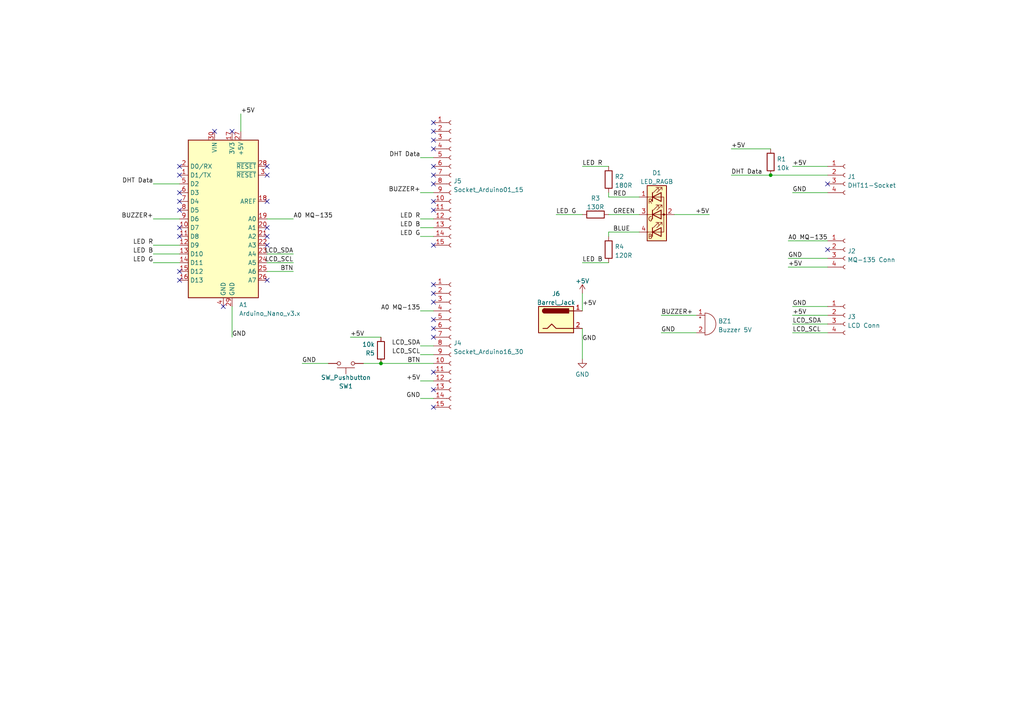
<source format=kicad_sch>
(kicad_sch (version 20230121) (generator eeschema)
  (paper "A4")
  (title_block (title "Open Source Air Monitor Device") (rev "1.0") (company "Open Source Hardware") (comment 1 "Ursprüngliches Design von Paul Goldschmidt"))
  (lib_symbols
    (symbol "Connector:Barrel_Jack" (pin_names (offset 1.016))
      (property "Reference" "J" (at 0 5.334 0))
      (property "Value" "Barrel_Jack" (at 0 -5.08 0))
      (symbol "Barrel_Jack_0_1"
        (rectangle (start -5.08 3.81) (end 5.08 -3.81) (stroke (width 0.254)) (fill (type background)))
        (arc (start -3.302 3.175) (mid -3.9343 2.54) (end -3.302 1.905) (stroke (width 0.254)))
        (arc (start -3.302 3.175) (mid -3.9343 2.54) (end -3.302 1.905) (stroke (width 0.254)) (fill (type outline)))
        (polyline (pts (xy 5.08 2.54) (xy 3.81 2.54)) (stroke (width 0.254)))
        (polyline (pts (xy -3.81 -2.54) (xy -2.54 -2.54) (xy -1.27 -1.27) (xy 0 -2.54) (xy 2.54 -2.54) (xy 5.08 -2.54)) (stroke (width 0.254)))
        (rectangle (start 3.683 3.175) (end -3.302 1.905) (stroke (width 0.254)) (fill (type outline)))
      )
      (symbol "Barrel_Jack_1_1"
        (pin passive line (at 7.62 2.54 180) (length 2.54) (name "~") (number "1"))
        (pin passive line (at 7.62 -2.54 180) (length 2.54) (name "~") (number "2"))
      )
    )
    (symbol "Connector:Conn_01x04_Female" (pin_names (offset 1.016) hide)
      (property "Reference" "J" (at 0 5.08 0))
      (property "Value" "Conn_01x04_Female" (at 0 -7.62 0))
      (symbol "Conn_01x04_Female_1_1"
        (arc (start 0 -4.572) (mid -0.5058 -5.08) (end 0 -5.588) (stroke (width 0.1524)))
        (arc (start 0 -2.032) (mid -0.5058 -2.54) (end 0 -3.048) (stroke (width 0.1524)))
        (polyline (pts (xy -1.27 -5.08) (xy -0.508 -5.08)) (stroke (width 0.1524)))
        (polyline (pts (xy -1.27 -2.54) (xy -0.508 -2.54)) (stroke (width 0.1524)))
        (polyline (pts (xy -1.27 0) (xy -0.508 0)) (stroke (width 0.1524)))
        (polyline (pts (xy -1.27 2.54) (xy -0.508 2.54)) (stroke (width 0.1524)))
        (arc (start 0 0.508) (mid -0.5058 0) (end 0 -0.508) (stroke (width 0.1524)))
        (arc (start 0 3.048) (mid -0.5058 2.54) (end 0 2.032) (stroke (width 0.1524)))
        (pin passive line (at -5.08 2.54 0) (length 3.81) (name "Pin_1") (number "1"))
        (pin passive line (at -5.08 0 0) (length 3.81) (name "Pin_2") (number "2"))
        (pin passive line (at -5.08 -2.54 0) (length 3.81) (name "Pin_3") (number "3"))
        (pin passive line (at -5.08 -5.08 0) (length 3.81) (name "Pin_4") (number "4"))
      )
    )
    (symbol "Connector:Conn_01x15_Female" (pin_names (offset 1.016) hide)
      (property "Reference" "J" (at 0 20.32 0))
      (property "Value" "Conn_01x15_Female" (at 0 -20.32 0))
      (symbol "Conn_01x15_Female_1_1"
        (arc (start 0 -17.272) (mid -0.5058 -17.78) (end 0 -18.288) (stroke (width 0.1524)))
        (arc (start 0 -14.732) (mid -0.5058 -15.24) (end 0 -15.748) (stroke (width 0.1524)))
        (arc (start 0 -12.192) (mid -0.5058 -12.7) (end 0 -13.208) (stroke (width 0.1524)))
        (arc (start 0 -9.652) (mid -0.5058 -10.16) (end 0 -10.668) (stroke (width 0.1524)))
        (arc (start 0 -7.112) (mid -0.5058 -7.62) (end 0 -8.128) (stroke (width 0.1524)))
        (arc (start 0 -4.572) (mid -0.5058 -5.08) (end 0 -5.588) (stroke (width 0.1524)))
        (arc (start 0 -2.032) (mid -0.5058 -2.54) (end 0 -3.048) (stroke (width 0.1524)))
        (polyline (pts (xy -1.27 -17.78) (xy -0.508 -17.78)) (stroke (width 0.1524)))
        (polyline (pts (xy -1.27 -15.24) (xy -0.508 -15.24)) (stroke (width 0.1524)))
        (polyline (pts (xy -1.27 -12.7) (xy -0.508 -12.7)) (stroke (width 0.1524)))
        (polyline (pts (xy -1.27 -10.16) (xy -0.508 -10.16)) (stroke (width 0.1524)))
        (polyline (pts (xy -1.27 -7.62) (xy -0.508 -7.62)) (stroke (width 0.1524)))
        (polyline (pts (xy -1.27 -5.08) (xy -0.508 -5.08)) (stroke (width 0.1524)))
        (polyline (pts (xy -1.27 -2.54) (xy -0.508 -2.54)) (stroke (width 0.1524)))
        (polyline (pts (xy -1.27 0) (xy -0.508 0)) (stroke (width 0.1524)))
        (polyline (pts (xy -1.27 2.54) (xy -0.508 2.54)) (stroke (width 0.1524)))
        (polyline (pts (xy -1.27 5.08) (xy -0.508 5.08)) (stroke (width 0.1524)))
        (polyline (pts (xy -1.27 7.62) (xy -0.508 7.62)) (stroke (width 0.1524)))
        (polyline (pts (xy -1.27 10.16) (xy -0.508 10.16)) (stroke (width 0.1524)))
        (polyline (pts (xy -1.27 12.7) (xy -0.508 12.7)) (stroke (width 0.1524)))
        (polyline (pts (xy -1.27 15.24) (xy -0.508 15.24)) (stroke (width 0.1524)))
        (polyline (pts (xy -1.27 17.78) (xy -0.508 17.78)) (stroke (width 0.1524)))
        (arc (start 0 0.508) (mid -0.5058 0) (end 0 -0.508) (stroke (width 0.1524)))
        (arc (start 0 3.048) (mid -0.5058 2.54) (end 0 2.032) (stroke (width 0.1524)))
        (arc (start 0 5.588) (mid -0.5058 5.08) (end 0 4.572) (stroke (width 0.1524)))
        (arc (start 0 8.128) (mid -0.5058 7.62) (end 0 7.112) (stroke (width 0.1524)))
        (arc (start 0 10.668) (mid -0.5058 10.16) (end 0 9.652) (stroke (width 0.1524)))
        (arc (start 0 13.208) (mid -0.5058 12.7) (end 0 12.192) (stroke (width 0.1524)))
        (arc (start 0 15.748) (mid -0.5058 15.24) (end 0 14.732) (stroke (width 0.1524)))
        (arc (start 0 18.288) (mid -0.5058 17.78) (end 0 17.272) (stroke (width 0.1524)))
        (pin passive line (at -5.08 17.78 0) (length 3.81) (name "Pin_1") (number "1"))
        (pin passive line (at -5.08 -5.08 0) (length 3.81) (name "Pin_10") (number "10"))
        (pin passive line (at -5.08 -7.62 0) (length 3.81) (name "Pin_11") (number "11"))
        (pin passive line (at -5.08 -10.16 0) (length 3.81) (name "Pin_12") (number "12"))
        (pin passive line (at -5.08 -12.7 0) (length 3.81) (name "Pin_13") (number "13"))
        (pin passive line (at -5.08 -15.24 0) (length 3.81) (name "Pin_14") (number "14"))
        (pin passive line (at -5.08 -17.78 0) (length 3.81) (name "Pin_15") (number "15"))
        (pin passive line (at -5.08 15.24 0) (length 3.81) (name "Pin_2") (number "2"))
        (pin passive line (at -5.08 12.7 0) (length 3.81) (name "Pin_3") (number "3"))
        (pin passive line (at -5.08 10.16 0) (length 3.81) (name "Pin_4") (number "4"))
        (pin passive line (at -5.08 7.62 0) (length 3.81) (name "Pin_5") (number "5"))
        (pin passive line (at -5.08 5.08 0) (length 3.81) (name "Pin_6") (number "6"))
        (pin passive line (at -5.08 2.54 0) (length 3.81) (name "Pin_7") (number "7"))
        (pin passive line (at -5.08 0 0) (length 3.81) (name "Pin_8") (number "8"))
        (pin passive line (at -5.08 -2.54 0) (length 3.81) (name "Pin_9") (number "9"))
      )
    )
    (symbol "Device:Buzzer" (pin_names (offset 0.0254) hide)
      (property "Reference" "BZ" (at 3.81 1.27 0))
      (property "Value" "Buzzer" (at 3.81 -1.27 0))
      (symbol "Buzzer_0_1"
        (arc (start 0 -3.175) (mid 3.1612 0) (end 0 3.175))
        (polyline (pts (xy -1.651 1.905) (xy -1.143 1.905)))
        (polyline (pts (xy -1.397 2.159) (xy -1.397 1.651)))
        (polyline (pts (xy 0 3.175) (xy 0 -3.175)))
      )
      (symbol "Buzzer_1_1"
        (pin passive line (at -2.54 2.54 0) (length 2.54) (name "-") (number "1"))
        (pin passive line (at -2.54 -2.54 0) (length 2.54) (name "+") (number "2"))
      )
    )
    (symbol "Device:LED_RAGB" (pin_names (offset 0) hide)
      (property "Reference" "D" (at 0 9.398 0))
      (property "Value" "LED_RAGB" (at 0 -8.89 0))
      (symbol "LED_RAGB_0_0"
        (text "B" (at -1.905 -6.35 0) (effects (font (size 1.27 1.27))))
        (text "G" (at -1.905 -1.27 0) (effects (font (size 1.27 1.27))))
        (text "R" (at -1.905 3.81 0) (effects (font (size 1.27 1.27))))
      )
      (symbol "LED_RAGB_0_1"
        (polyline (pts (xy -1.27 -5.08) (xy -2.54 -5.08)))
        (polyline (pts (xy -1.27 -5.08) (xy 1.27 -5.08)))
        (polyline (pts (xy -1.27 -3.81) (xy -1.27 -6.35)) (stroke (width 0.254)))
        (polyline (pts (xy -1.27 0) (xy -2.54 0)))
        (polyline (pts (xy -1.27 1.27) (xy -1.27 -1.27)) (stroke (width 0.254)))
        (polyline (pts (xy -1.27 5.08) (xy -2.54 5.08)))
        (polyline (pts (xy -1.27 5.08) (xy 1.27 5.08)))
        (polyline (pts (xy -1.27 6.35) (xy -1.27 3.81)) (stroke (width 0.254)))
        (polyline (pts (xy 1.27 0) (xy -1.27 0)))
        (polyline (pts (xy 1.27 0) (xy 2.54 0)))
        (polyline (pts (xy -1.27 1.27) (xy -1.27 -1.27) (xy -1.27 -1.27)))
        (polyline (pts (xy -1.27 6.35) (xy -1.27 3.81) (xy -1.27 3.81)))
        (polyline (pts (xy 1.27 -5.08) (xy 2.032 -5.08) (xy 2.032 5.08) (xy 1.27 5.08)))
        (polyline (pts (xy 1.27 -3.81) (xy 1.27 -6.35) (xy -1.27 -5.08) (xy 1.27 -3.81)) (stroke (width 0.254)))
        (polyline (pts (xy 1.27 1.27) (xy 1.27 -1.27) (xy -1.27 0) (xy 1.27 1.27)) (stroke (width 0.254)))
        (polyline (pts (xy 1.27 6.35) (xy 1.27 3.81) (xy -1.27 5.08) (xy 1.27 6.35)) (stroke (width 0.254)))
        (polyline (pts (xy -1.016 -3.81) (xy 0.508 -2.286) (xy -0.254 -2.286) (xy 0.508 -2.286) (xy 0.508 -3.048)))
        (polyline (pts (xy -1.016 1.27) (xy 0.508 2.794) (xy -0.254 2.794) (xy 0.508 2.794) (xy 0.508 2.032)))
        (polyline (pts (xy -1.016 6.35) (xy 0.508 7.874) (xy -0.254 7.874) (xy 0.508 7.874) (xy 0.508 7.112)))
        (polyline (pts (xy 0 -3.81) (xy 1.524 -2.286) (xy 0.762 -2.286) (xy 1.524 -2.286) (xy 1.524 -3.048)))
        (polyline (pts (xy 0 1.27) (xy 1.524 2.794) (xy 0.762 2.794) (xy 1.524 2.794) (xy 1.524 2.032)))
        (polyline (pts (xy 0 6.35) (xy 1.524 7.874) (xy 0.762 7.874) (xy 1.524 7.874) (xy 1.524 7.112)))
        (rectangle (start 1.27 -1.27) (end 1.27 1.27))
        (rectangle (start 1.27 1.27) (end 1.27 1.27))
        (rectangle (start 1.27 3.81) (end 1.27 6.35))
        (rectangle (start 1.27 6.35) (end 1.27 6.35))
        (circle (center 2.032 0) (radius 0.254) (fill (type outline)))
        (rectangle (start 2.794 8.382) (end -2.794 -7.62) (stroke (width 0.254)) (fill (type background)))
      )
      (symbol "LED_RAGB_1_1"
        (pin passive line (at -5.08 5.08 0) (length 2.54) (name "RK") (number "1"))
        (pin passive line (at 5.08 0 180) (length 2.54) (name "A") (number "2"))
        (pin passive line (at -5.08 0 0) (length 2.54) (name "GK") (number "3"))
        (pin passive line (at -5.08 -5.08 0) (length 2.54) (name "BK") (number "4"))
      )
    )
    (symbol "Device:R" (pin_numbers hide) (pin_names (offset 0))
      (property "Reference" "R" (at 2.032 0 90))
      (property "Value" "R" (at 0 0 90))
      (symbol "R_0_1"
        (rectangle (start -1.016 -2.54) (end 1.016 2.54) (stroke (width 0.254)))
      )
      (symbol "R_1_1"
        (pin passive line (at 0 3.81 270) (length 1.27) (name "~") (number "1"))
        (pin passive line (at 0 -3.81 90) (length 1.27) (name "~") (number "2"))
      )
    )
    (symbol "MCU_Module:Arduino_Nano_v3.x"
      (property "Reference" "A" (at -10.16 23.495 0))
      (property "Value" "Arduino_Nano_v3.x" (at 5.08 -24.13 0))
      (symbol "Arduino_Nano_v3.x_0_1"
        (rectangle (start -10.16 22.86) (end 10.16 -22.86) (stroke (width 0.254)) (fill (type background)))
      )
      (symbol "Arduino_Nano_v3.x_1_1"
        (pin bidirectional line (at -12.7 12.7 0) (length 2.54) (name "D1/TX") (number "1"))
        (pin bidirectional line (at -12.7 -2.54 0) (length 2.54) (name "D7") (number "10"))
        (pin bidirectional line (at -12.7 -5.08 0) (length 2.54) (name "D8") (number "11"))
        (pin bidirectional line (at -12.7 -7.62 0) (length 2.54) (name "D9") (number "12"))
        (pin bidirectional line (at -12.7 -10.16 0) (length 2.54) (name "D10") (number "13"))
        (pin bidirectional line (at -12.7 -12.7 0) (length 2.54) (name "D11") (number "14"))
        (pin bidirectional line (at -12.7 -15.24 0) (length 2.54) (name "D12") (number "15"))
        (pin bidirectional line (at -12.7 -17.78 0) (length 2.54) (name "D13") (number "16"))
        (pin power_out line (at 2.54 25.4 270) (length 2.54) (name "3V3") (number "17"))
        (pin input line (at 12.7 5.08 180) (length 2.54) (name "AREF") (number "18"))
        (pin bidirectional line (at 12.7 0 180) (length 2.54) (name "A0") (number "19"))
        (pin bidirectional line (at -12.7 15.24 0) (length 2.54) (name "D0/RX") (number "2"))
        (pin bidirectional line (at 12.7 -2.54 180) (length 2.54) (name "A1") (number "20"))
        (pin bidirectional line (at 12.7 -5.08 180) (length 2.54) (name "A2") (number "21"))
        (pin bidirectional line (at 12.7 -7.62 180) (length 2.54) (name "A3") (number "22"))
        (pin bidirectional line (at 12.7 -10.16 180) (length 2.54) (name "A4") (number "23"))
        (pin bidirectional line (at 12.7 -12.7 180) (length 2.54) (name "A5") (number "24"))
        (pin bidirectional line (at 12.7 -15.24 180) (length 2.54) (name "A6") (number "25"))
        (pin bidirectional line (at 12.7 -17.78 180) (length 2.54) (name "A7") (number "26"))
        (pin power_out line (at 5.08 25.4 270) (length 2.54) (name "+5V") (number "27"))
        (pin input line (at 12.7 15.24 180) (length 2.54) (name "~{RESET}") (number "28"))
        (pin power_in line (at 2.54 -25.4 90) (length 2.54) (name "GND") (number "29"))
        (pin input line (at 12.7 12.7 180) (length 2.54) (name "~{RESET}") (number "3"))
        (pin power_in line (at -2.54 25.4 270) (length 2.54) (name "VIN") (number "30"))
        (pin power_in line (at 0 -25.4 90) (length 2.54) (name "GND") (number "4"))
        (pin bidirectional line (at -12.7 10.16 0) (length 2.54) (name "D2") (number "5"))
        (pin bidirectional line (at -12.7 7.62 0) (length 2.54) (name "D3") (number "6"))
        (pin bidirectional line (at -12.7 5.08 0) (length 2.54) (name "D4") (number "7"))
        (pin bidirectional line (at -12.7 2.54 0) (length 2.54) (name "D5") (number "8"))
        (pin bidirectional line (at -12.7 0 0) (length 2.54) (name "D6") (number "9"))
      )
    )
    (symbol "Switch:SW_Push" (pin_numbers hide) (pin_names (offset 1.016) hide)
      (property "Reference" "SW" (at 1.27 2.54 0))
      (property "Value" "SW_Push" (at 0 -1.524 0))
      (symbol "SW_Push_0_1"
        (circle (center -2.032 0) (radius 0.508))
        (polyline (pts (xy 0 1.27) (xy 0 3.048)))
        (polyline (pts (xy 2.54 1.27) (xy -2.54 1.27)))
        (circle (center 2.032 0) (radius 0.508))
        (pin passive line (at -5.08 0 0) (length 2.54) (name "1") (number "1"))
        (pin passive line (at 5.08 0 180) (length 2.54) (name "2") (number "2"))
      )
    )
    (symbol "power:+5V" (power) (pin_names (offset 0))
      (property "Value" "+5V" (at 0 3.556 0))
      (symbol "+5V_0_1"
        (polyline (pts (xy -0.762 1.27) (xy 0 2.54)))
        (polyline (pts (xy 0 0) (xy 0 2.54)))
        (polyline (pts (xy 0 2.54) (xy 0.762 1.27)))
      )
      (symbol "+5V_1_1"
        (pin power_in line (at 0 0 90) (length 0) hide (name "+5V") (number "1"))
      )
    )
    (symbol "power:GND" (power) (pin_names (offset 0))
      (property "Value" "GND" (at 0 -3.81 0))
      (symbol "GND_0_1"
        (polyline (pts (xy 0 0) (xy 0 -1.27) (xy 1.27 -1.27) (xy 0 -2.54) (xy -1.27 -1.27) (xy 0 -1.27)))
      )
      (symbol "GND_1_1"
        (pin power_in line (at 0 0 270) (length 0) hide (name "GND") (number "1"))
      )
    )
  )
  (junction (at 110.49 105.41))
  (junction (at 223.52 50.8))
  (no_connect (at 67.31 38.1))
  (no_connect (at 52.07 78.74))
  (no_connect (at 125.73 82.55))
  (no_connect (at 77.47 58.42))
  (no_connect (at 240.03 53.34))
  (no_connect (at 125.73 58.42))
  (no_connect (at 125.73 40.64))
  (no_connect (at 52.07 81.28))
  (no_connect (at 240.03 72.39))
  (no_connect (at 77.47 68.58))
  (no_connect (at 125.73 53.34))
  (no_connect (at 125.73 43.18))
  (no_connect (at 125.73 60.96))
  (no_connect (at 62.23 38.1))
  (no_connect (at 125.73 92.71))
  (no_connect (at 77.47 48.26))
  (no_connect (at 77.47 66.04))
  (no_connect (at 52.07 58.42))
  (no_connect (at 125.73 95.25))
  (no_connect (at 125.73 118.11))
  (no_connect (at 125.73 97.79))
  (no_connect (at 77.47 71.12))
  (no_connect (at 125.73 87.63))
  (no_connect (at 77.47 50.8))
  (no_connect (at 52.07 60.96))
  (no_connect (at 125.73 50.8))
  (no_connect (at 125.73 35.56))
  (no_connect (at 52.07 50.8))
  (no_connect (at 125.73 85.09))
  (no_connect (at 52.07 48.26))
  (no_connect (at 125.73 113.03))
  (no_connect (at 52.07 68.58))
  (no_connect (at 77.47 81.28))
  (no_connect (at 64.77 88.9))
  (no_connect (at 125.73 48.26))
  (no_connect (at 52.07 55.88))
  (no_connect (at 125.73 38.1))
  (no_connect (at 125.73 71.12))
  (no_connect (at 52.07 66.04))
  (no_connect (at 125.73 107.95))
  (wire (pts (xy 228.6 77.47) (xy 240.03 77.47)))
  (wire (pts (xy 121.92 100.33) (xy 125.73 100.33)))
  (wire (pts (xy 77.47 63.5) (xy 85.09 63.5)))
  (wire (pts (xy 228.6 69.85) (xy 240.03 69.85)))
  (wire (pts (xy 229.87 93.98) (xy 240.03 93.98)))
  (wire (pts (xy 229.87 96.52) (xy 240.03 96.52)))
  (wire (pts (xy 176.53 62.23) (xy 185.42 62.23)))
  (wire (pts (xy 228.6 74.93) (xy 240.03 74.93)))
  (wire (pts (xy 121.92 68.58) (xy 125.73 68.58)))
  (wire (pts (xy 44.45 71.12) (xy 52.07 71.12)))
  (wire (pts (xy 121.92 115.57) (xy 125.73 115.57)))
  (wire (pts (xy 212.09 50.8) (xy 223.52 50.8)))
  (wire (pts (xy 121.92 110.49) (xy 125.73 110.49)))
  (wire (pts (xy 168.91 85.09) (xy 168.91 90.17)))
  (wire (pts (xy 121.92 55.88) (xy 125.73 55.88)))
  (wire (pts (xy 121.92 102.87) (xy 125.73 102.87)))
  (wire (pts (xy 176.53 67.31) (xy 176.53 68.58)))
  (wire (pts (xy 195.58 62.23) (xy 205.74 62.23)))
  (wire (pts (xy 95.25 105.41) (xy 87.63 105.41)))
  (wire (pts (xy 44.45 53.34) (xy 52.07 53.34)))
  (wire (pts (xy 77.47 76.2) (xy 85.09 76.2)))
  (wire (pts (xy 168.91 95.25) (xy 168.91 104.14)))
  (wire (pts (xy 77.47 78.74) (xy 85.09 78.74)))
  (wire (pts (xy 229.87 48.26) (xy 240.03 48.26)))
  (wire (pts (xy 168.91 76.2) (xy 176.53 76.2)))
  (wire (pts (xy 176.53 67.31) (xy 185.42 67.31)))
  (wire (pts (xy 229.87 55.88) (xy 240.03 55.88)))
  (wire (pts (xy 168.91 48.26) (xy 176.53 48.26)))
  (wire (pts (xy 191.77 96.52) (xy 201.93 96.52)))
  (wire (pts (xy 191.77 91.44) (xy 201.93 91.44)))
  (wire (pts (xy 176.53 57.15) (xy 185.42 57.15)))
  (wire (pts (xy 121.92 45.72) (xy 125.73 45.72)))
  (wire (pts (xy 212.09 43.18) (xy 223.52 43.18)))
  (wire (pts (xy 44.45 73.66) (xy 52.07 73.66)))
  (wire (pts (xy 44.45 76.2) (xy 52.07 76.2)))
  (wire (pts (xy 69.85 33.02) (xy 69.85 38.1)))
  (wire (pts (xy 101.6 97.79) (xy 110.49 97.79)))
  (wire (pts (xy 110.49 105.41) (xy 105.41 105.41)))
  (wire (pts (xy 44.45 63.5) (xy 52.07 63.5)))
  (wire (pts (xy 110.49 105.41) (xy 125.73 105.41)))
  (wire (pts (xy 161.29 62.23) (xy 168.91 62.23)))
  (wire (pts (xy 77.47 73.66) (xy 85.09 73.66)))
  (wire (pts (xy 223.52 50.8) (xy 240.03 50.8)))
  (wire (pts (xy 121.92 66.04) (xy 125.73 66.04)))
  (wire (pts (xy 176.53 55.88) (xy 176.53 57.15)))
  (wire (pts (xy 121.92 63.5) (xy 125.73 63.5)))
  (wire (pts (xy 229.87 88.9) (xy 240.03 88.9)))
  (wire (pts (xy 121.92 90.17) (xy 125.73 90.17)))
  (wire (pts (xy 229.87 91.44) (xy 240.03 91.44)))
  (wire (pts (xy 67.31 88.9) (xy 67.31 97.79)))
  (label "GND" (at 87.63 105.41 0))
  (label "LED R" (at 121.92 63.5 180))
  (label "LED G" (at 161.29 62.23 0))
  (label "GND" (at 168.91 99.06 0))
  (label "LCD_SDA" (at 121.92 100.33 180))
  (label "LCD_SDA" (at 85.09 73.66 180))
  (label "+5V" (at 168.91 88.9 0))
  (label "GND" (at 228.6 74.93 0))
  (label "A0 MQ-135" (at 228.6 69.85 0))
  (label "LED R" (at 168.91 48.26 0))
  (label "+5V" (at 69.85 33.02 0))
  (label "BLUE" (at 177.8 67.31 0))
  (label "DHT Data" (at 44.45 53.34 180))
  (label "LCD_SCL" (at 121.92 102.87 180))
  (label "LED B" (at 44.45 73.66 180))
  (label "LED B" (at 168.91 76.2 0))
  (label "LED G" (at 121.92 68.58 180))
  (label "+5V" (at 212.09 43.18 0))
  (label "GND" (at 229.87 55.88 0))
  (label "BTN" (at 85.09 78.74 180))
  (label "LED B" (at 121.92 66.04 180))
  (label "+5V" (at 101.6 97.79 0))
  (label "+5V" (at 205.74 62.23 180))
  (label "+5V" (at 121.92 110.49 180))
  (label "BTN" (at 121.92 105.41 180))
  (label "LED G" (at 44.45 76.2 180))
  (label "LCD_SDA" (at 229.87 93.98 0))
  (label "BUZZER+" (at 191.77 91.44 0))
  (label "LCD_SCL" (at 85.09 76.2 180))
  (label "A0 MQ-135" (at 121.92 90.17 180))
  (label "GND" (at 67.31 97.79 0))
  (label "RED" (at 177.8 57.15 0))
  (label "GREEN" (at 177.8 62.23 0))
  (label "A0 MQ-135" (at 85.09 63.5 0))
  (label "DHT Data" (at 212.09 50.8 0))
  (label "+5V" (at 229.87 91.44 0))
  (label "+5V" (at 228.6 77.47 0))
  (label "BUZZER+" (at 44.45 63.5 180))
  (label "BUZZER+" (at 121.92 55.88 180))
  (label "GND" (at 121.92 115.57 180))
  (label "DHT Data" (at 121.92 45.72 180))
  (label "GND" (at 191.77 96.52 0))
  (label "+5V" (at 229.87 48.26 0))
  (label "LED R" (at 44.45 71.12 180))
  (label "LCD_SCL" (at 229.87 96.52 0))
  (label "GND" (at 229.87 88.9 0))
  (symbol (lib_id "Device:R") (at 223.52 46.99 0) (unit 1)
    (property "Reference" "R1" (at 225.298 46.1553 0) (effects (justify left)))
    (property "Value" "10k" (at 225.298 48.6922 0) (effects (justify left)))
    (property "Footprint" "Resistor_THT:R_Axial_DIN0207_L6.3mm_D2.5mm_P10.16mm_Horizontal" (effects hide))
  )
  (symbol (lib_id "Device:R") (at 176.53 72.39 180) (unit 1)
    (property "Reference" "R4" (at 178.308 71.5553 0) (effects (justify right)))
    (property "Value" "120R" (at 178.308 74.0922 0) (effects (justify right)))
    (property "Footprint" "Resistor_THT:R_Axial_DIN0207_L6.3mm_D2.5mm_P10.16mm_Horizontal" (effects hide))
  )
  (symbol (lib_id "Device:LED_RAGB") (at 190.5 62.23 0) (unit 1)
    (property "Reference" "D1" (at 190.5 50.1482 0))
    (property "Value" "LED_RAGB" (at 190.5 52.6851 0))
    (property "Footprint" "LED_THT:LED_D5.0mm-4_RGB" (effects hide))
  )
  (symbol (lib_id "Connector:Barrel_Jack") (at 161.29 92.71 0) (unit 1)
    (property "Reference" "J6" (at 161.29 85.2002 0))
    (property "Value" "Barrel_Jack" (at 161.29 87.7371 0))
    (property "Footprint" "Connector_BarrelJack:BarrelJack_Wuerth_6941xx301002" (effects hide))
  )
  (symbol (lib_id "Connector:Conn_01x15_Female") (at 130.81 53.34 0) (unit 1)
    (property "Reference" "J5" (at 131.5212 52.5053 0) (effects (justify left)))
    (property "Value" "Socket_Arduino01_15" (at 131.5212 55.0422 0) (effects (justify left)))
    (property "Footprint" "Connector_PinSocket_2.54mm:PinSocket_1x15_P2.54mm_Vertical" (effects hide))
  )
  (symbol (lib_id "power:+5V") (at 168.91 85.09 0) (unit 1)
    (property "Reference" "#PWR01" (effects hide))
    (property "Value" "+5V" (at 168.91 81.5142 0))
  )
  (symbol (lib_id "Device:R") (at 176.53 52.07 0) (unit 1)
    (property "Reference" "R2" (at 178.308 51.2353 0) (effects (justify left)))
    (property "Value" "180R" (at 178.308 53.7722 0) (effects (justify left)))
    (property "Footprint" "Resistor_THT:R_Axial_DIN0207_L6.3mm_D2.5mm_P10.16mm_Horizontal" (effects hide))
  )
  (symbol (lib_id "Device:R") (at 110.49 101.6 0) (unit 1)
    (property "Reference" "R5" (at 108.712 102.4347 0) (effects (justify right)))
    (property "Value" "10k" (at 108.712 99.8978 0) (effects (justify right)))
    (property "Footprint" "Resistor_THT:R_Axial_DIN0207_L6.3mm_D2.5mm_P10.16mm_Horizontal" (effects hide))
  )
  (symbol (lib_id "Connector:Conn_01x15_Female") (at 130.81 100.33 0) (unit 1)
    (property "Reference" "J4" (at 131.5212 99.4953 0) (effects (justify left)))
    (property "Value" "Socket_Arduino16_30" (at 131.5212 102.0322 0) (effects (justify left)))
    (property "Footprint" "Connector_PinSocket_2.54mm:PinSocket_1x15_P2.54mm_Vertical" (effects hide))
  )
  (symbol (lib_id "Connector:Conn_01x04_Female") (at 245.11 50.8 0) (unit 1)
    (property "Reference" "J1" (at 245.8212 51.2353 0) (effects (justify left)))
    (property "Value" "DHT11-Socket" (at 245.8212 53.7722 0) (effects (justify left)))
    (property "Footprint" "Connector_PinSocket_2.54mm:PinSocket_1x04_P2.54mm_Vertical" (effects hide))
  )
  (symbol (lib_id "Connector:Conn_01x04_Female") (at 245.11 91.44 0) (unit 1)
    (property "Reference" "J3" (at 245.8212 91.8753 0) (effects (justify left)))
    (property "Value" "LCD Conn" (at 245.8212 94.4122 0) (effects (justify left)))
    (property "Footprint" "Connector_PinSocket_2.54mm:PinSocket_1x04_P2.54mm_Vertical" (effects hide))
  )
  (symbol (lib_id "MCU_Module:Arduino_Nano_v3.x") (at 64.77 63.5 0) (unit 1) (in_bom no) (on_board no)
    (property "Reference" "A1" (at 69.3294 88.3904 0) (effects (justify left)))
    (property "Value" "Arduino_Nano_v3.x" (at 69.3294 90.9273 0) (effects (justify left)))
    (property "Footprint" "Module:Arduino_Nano" (effects hide))
    (property "Datasheet" "http://www.mouser.com/pdfdocs/Gravitech_Arduino_Nano3_0.pdf" (effects hide))
  )
  (symbol (lib_id "Device:R") (at 172.72 62.23 90) (unit 1)
    (property "Reference" "R3" (at 172.72 57.5142 90))
    (property "Value" "130R" (at 172.72 60.0511 90))
    (property "Footprint" "Resistor_THT:R_Axial_DIN0207_L6.3mm_D2.5mm_P10.16mm_Horizontal" (effects hide))
  )
  (symbol (lib_id "power:GND") (at 168.91 104.14 0) (unit 1)
    (property "Reference" "#PWR0101" (effects hide))
    (property "Value" "GND" (at 168.91 108.5834 0))
  )
  (symbol (lib_id "Switch:SW_Push") (at 100.33 105.41 180) (unit 1)
    (property "Reference" "SW1" (at 100.33 112.0308 0))
    (property "Value" "SW_Pushbutton" (at 100.33 109.4939 0))
    (property "Footprint" "Button_Switch_THT:SW_PUSH-12mm_Wuerth-430476085716" (effects hide))
  )
  (symbol (lib_id "Device:Buzzer") (at 204.47 93.98 0) (unit 1)
    (property "Reference" "BZ1" (at 208.28 93.1453 0) (effects (justify left)))
    (property "Value" "Buzzer 5V" (at 208.28 95.6822 0) (effects (justify left)))
    (property "Footprint" "Buzzer_Beeper:Buzzer_12x9.5RM7.6" (effects hide))
  )
  (symbol (lib_id "Connector:Conn_01x04_Female") (at 245.11 72.39 0) (unit 1)
    (property "Reference" "J2" (at 245.8212 72.8253 0) (effects (justify left)))
    (property "Value" "MQ-135 Conn" (at 245.8212 75.3622 0) (effects (justify left)))
    (property "Footprint" "Connector_PinSocket_2.54mm:PinSocket_1x04_P2.54mm_Vertical" (effects hide))
  )
)
</source>
